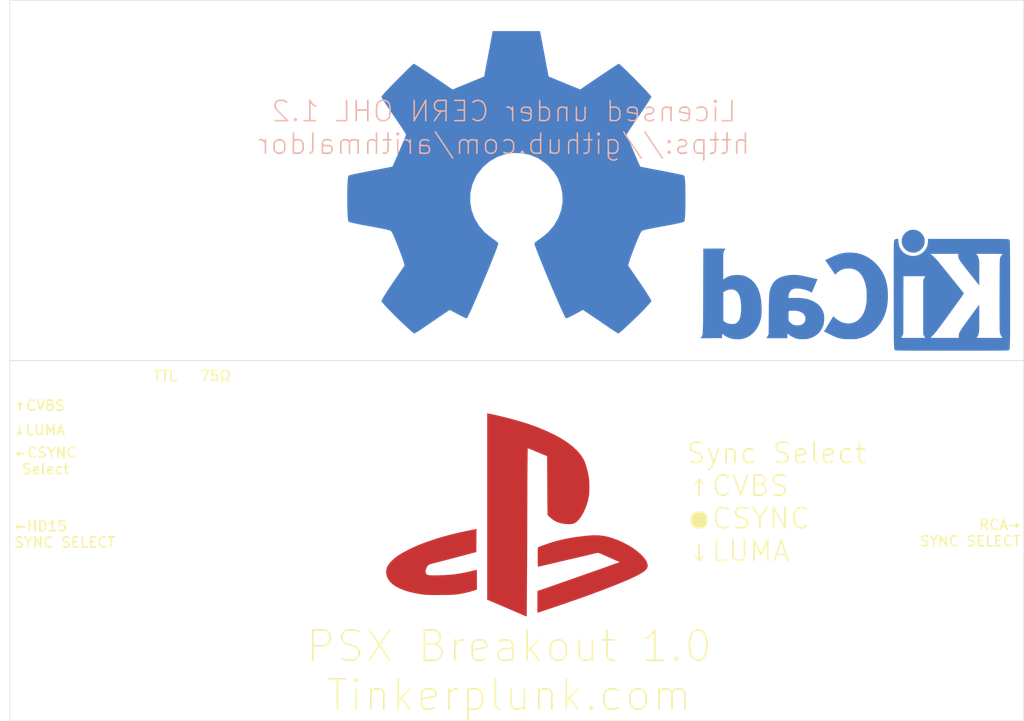
<source format=kicad_pcb>
(kicad_pcb (version 20171130) (host pcbnew "(5.1.0)-1")

  (general
    (thickness 1.6)
    (drawings 24)
    (tracks 0)
    (zones 0)
    (modules 11)
    (nets 1)
  )

  (page A4)
  (layers
    (0 F.Cu signal)
    (31 B.Cu signal)
    (32 B.Adhes user)
    (33 F.Adhes user)
    (34 B.Paste user)
    (35 F.Paste user)
    (36 B.SilkS user)
    (37 F.SilkS user)
    (38 B.Mask user)
    (39 F.Mask user)
    (40 Dwgs.User user)
    (41 Cmts.User user)
    (42 Eco1.User user)
    (43 Eco2.User user)
    (44 Edge.Cuts user)
    (45 Margin user)
    (46 B.CrtYd user)
    (47 F.CrtYd user)
    (48 B.Fab user)
    (49 F.Fab user)
  )

  (setup
    (last_trace_width 0.25)
    (trace_clearance 0.2)
    (zone_clearance 0.508)
    (zone_45_only no)
    (trace_min 0.2)
    (via_size 0.8)
    (via_drill 0.4)
    (via_min_size 0.4)
    (via_min_drill 0.3)
    (uvia_size 0.3)
    (uvia_drill 0.1)
    (uvias_allowed no)
    (uvia_min_size 0.2)
    (uvia_min_drill 0.1)
    (edge_width 0.05)
    (segment_width 0.2)
    (pcb_text_width 0.3)
    (pcb_text_size 1.5 1.5)
    (mod_edge_width 0.12)
    (mod_text_size 1 1)
    (mod_text_width 0.15)
    (pad_size 1.5 1.5)
    (pad_drill 0.8)
    (pad_to_mask_clearance 0.051)
    (solder_mask_min_width 0.25)
    (aux_axis_origin 0 0)
    (visible_elements 7FFFFFFF)
    (pcbplotparams
      (layerselection 0x010fc_ffffffff)
      (usegerberextensions true)
      (usegerberattributes false)
      (usegerberadvancedattributes false)
      (creategerberjobfile false)
      (excludeedgelayer true)
      (linewidth 0.100000)
      (plotframeref false)
      (viasonmask false)
      (mode 1)
      (useauxorigin false)
      (hpglpennumber 1)
      (hpglpenspeed 20)
      (hpglpendiameter 15.000000)
      (psnegative false)
      (psa4output false)
      (plotreference true)
      (plotvalue true)
      (plotinvisibletext false)
      (padsonsilk false)
      (subtractmaskfromsilk false)
      (outputformat 1)
      (mirror false)
      (drillshape 0)
      (scaleselection 1)
      (outputdirectory "Gerbers/"))
  )

  (net 0 "")

  (net_class Default "This is the default net class."
    (clearance 0.2)
    (trace_width 0.25)
    (via_dia 0.8)
    (via_drill 0.4)
    (uvia_dia 0.3)
    (uvia_drill 0.1)
  )

  (module PSX_BREAKOUT:PSX_LOGO (layer F.Cu) (tedit 5CFA95BF) (tstamp 5CFAE821)
    (at 139.954 91.44)
    (fp_text reference G*** (at 0 0) (layer F.SilkS) hide
      (effects (font (size 1.524 1.524) (thickness 0.3)))
    )
    (fp_text value LOGO (at 0.75 0) (layer F.SilkS) hide
      (effects (font (size 1.524 1.524) (thickness 0.3)))
    )
    (fp_poly (pts (xy -4.0005 3.656475) (xy -4.275667 3.728504) (xy -4.376343 3.754967) (xy -4.548495 3.800345)
      (xy -4.781751 3.861896) (xy -5.065736 3.936882) (xy -5.390077 4.022564) (xy -5.744398 4.116201)
      (xy -6.118328 4.215055) (xy -6.265334 4.253928) (xy -6.647052 4.354701) (xy -7.015745 4.451711)
      (xy -7.360587 4.542133) (xy -7.670749 4.623142) (xy -7.935404 4.691912) (xy -8.143725 4.745617)
      (xy -8.284884 4.781431) (xy -8.316805 4.78931) (xy -8.524667 4.846467) (xy -8.669709 4.908395)
      (xy -8.7731 4.990577) (xy -8.856006 5.108497) (xy -8.916754 5.228166) (xy -8.998871 5.459985)
      (xy -9.008223 5.650369) (xy -8.955187 5.784412) (xy -8.905952 5.84422) (xy -8.845318 5.890256)
      (xy -8.762748 5.923939) (xy -8.647707 5.946693) (xy -8.489659 5.959937) (xy -8.278067 5.965092)
      (xy -8.002398 5.963579) (xy -7.673264 5.957299) (xy -7.071489 5.935607) (xy -6.524808 5.896861)
      (xy -6.004715 5.837414) (xy -5.482706 5.753622) (xy -4.930276 5.641842) (xy -4.581333 5.561951)
      (xy -4.366819 5.51141) (xy -4.183032 5.468686) (xy -4.045 5.437228) (xy -3.967748 5.420484)
      (xy -3.956917 5.418666) (xy -3.951238 5.459024) (xy -3.946189 5.572199) (xy -3.942015 5.746342)
      (xy -3.938959 5.969604) (xy -3.937264 6.230135) (xy -3.937 6.387192) (xy -3.937 7.355717)
      (xy -4.392084 7.505251) (xy -4.606357 7.568515) (xy -4.873557 7.63675) (xy -5.162845 7.702621)
      (xy -5.44338 7.758792) (xy -5.503334 7.769553) (xy -5.700363 7.802971) (xy -5.875748 7.829477)
      (xy -6.043771 7.850018) (xy -6.218715 7.865535) (xy -6.414864 7.876974) (xy -6.6465 7.885279)
      (xy -6.927907 7.891393) (xy -7.273367 7.896261) (xy -7.450667 7.898265) (xy -7.93001 7.901361)
      (xy -8.332129 7.899289) (xy -8.664318 7.891871) (xy -8.933872 7.878928) (xy -9.148087 7.860279)
      (xy -9.186334 7.855671) (xy -9.888458 7.746942) (xy -10.520073 7.608735) (xy -11.079924 7.441813)
      (xy -11.566754 7.24694) (xy -11.979306 7.024878) (xy -12.316326 6.776389) (xy -12.576557 6.502237)
      (xy -12.758742 6.203183) (xy -12.861626 5.879992) (xy -12.886012 5.609166) (xy -12.860829 5.35172)
      (xy -12.781579 5.112388) (xy -12.640464 4.874671) (xy -12.429689 4.622071) (xy -12.409332 4.600459)
      (xy -12.202349 4.395855) (xy -11.982078 4.207484) (xy -11.73481 4.025854) (xy -11.446834 3.841473)
      (xy -11.104442 3.644847) (xy -10.773834 3.468016) (xy -10.43817 3.298679) (xy -10.096745 3.139245)
      (xy -9.737161 2.984847) (xy -9.347018 2.830615) (xy -8.913918 2.67168) (xy -8.425462 2.503173)
      (xy -7.86925 2.320225) (xy -7.768167 2.287692) (xy -7.493638 2.204313) (xy -7.155762 2.109155)
      (xy -6.77419 2.007151) (xy -6.368576 1.903231) (xy -5.958574 1.802328) (xy -5.563836 1.709375)
      (xy -5.204016 1.629302) (xy -4.898766 1.567042) (xy -4.8895 1.565282) (xy -4.6562 1.520881)
      (xy -4.441992 1.479729) (xy -4.265577 1.445446) (xy -4.145658 1.421653) (xy -4.116215 1.415569)
      (xy -3.97793 1.386135) (xy -4.0005 3.656475)) (layer F.Cu) (width 0.01))
    (fp_poly (pts (xy 8.442816 2.049167) (xy 8.921218 2.139276) (xy 9.414164 2.280014) (xy 9.943223 2.47457)
      (xy 10.055616 2.520364) (xy 10.533272 2.736976) (xy 10.991933 2.982032) (xy 11.42211 3.248392)
      (xy 11.814314 3.528912) (xy 12.159054 3.816452) (xy 12.446842 4.103869) (xy 12.668187 4.384023)
      (xy 12.776628 4.568178) (xy 12.858529 4.759895) (xy 12.899857 4.933655) (xy 12.896163 5.094429)
      (xy 12.842998 5.24719) (xy 12.73591 5.396909) (xy 12.570452 5.548558) (xy 12.342171 5.707109)
      (xy 12.04662 5.877533) (xy 11.679348 6.064803) (xy 11.25986 6.262885) (xy 11.00103 6.378351)
      (xy 10.678574 6.516513) (xy 10.308379 6.670967) (xy 9.906328 6.835312) (xy 9.488307 7.003146)
      (xy 9.070201 7.168067) (xy 8.667893 7.323674) (xy 8.29727 7.463564) (xy 8.106833 7.533614)
      (xy 7.888895 7.613355) (xy 7.691887 7.686381) (xy 7.533116 7.746207) (xy 7.429893 7.786348)
      (xy 7.408333 7.795309) (xy 7.316084 7.831788) (xy 7.152629 7.892277) (xy 6.926963 7.973666)
      (xy 6.648085 8.07284) (xy 6.324991 8.186689) (xy 5.96668 8.312099) (xy 5.582148 8.445957)
      (xy 5.180392 8.585152) (xy 4.77041 8.726571) (xy 4.3612 8.867102) (xy 3.961757 9.003631)
      (xy 3.581081 9.133047) (xy 3.228167 9.252237) (xy 2.912013 9.358088) (xy 2.641618 9.447488)
      (xy 2.487083 9.497744) (xy 2.032 9.644336) (xy 2.032 7.509443) (xy 2.677583 7.286874)
      (xy 2.922892 7.202025) (xy 3.164142 7.118092) (xy 3.379225 7.042799) (xy 3.546035 6.983871)
      (xy 3.598333 6.965156) (xy 3.681801 6.935473) (xy 3.838393 6.880185) (xy 4.061327 6.801675)
      (xy 4.34382 6.702325) (xy 4.679089 6.584517) (xy 5.060352 6.450635) (xy 5.480826 6.303059)
      (xy 5.933727 6.144173) (xy 6.412275 5.976359) (xy 6.909684 5.801999) (xy 6.995515 5.77192)
      (xy 7.487305 5.599244) (xy 7.955274 5.434286) (xy 8.393366 5.279221) (xy 8.795524 5.136222)
      (xy 9.155694 5.007464) (xy 9.467818 4.895119) (xy 9.725841 4.801363) (xy 9.923707 4.728368)
      (xy 10.055359 4.678309) (xy 10.114741 4.65336) (xy 10.117598 4.651219) (xy 10.082524 4.619602)
      (xy 9.996379 4.576777) (xy 9.980083 4.570138) (xy 9.893202 4.533798) (xy 9.742682 4.468783)
      (xy 9.542123 4.381096) (xy 9.305126 4.276736) (xy 9.045291 4.161706) (xy 8.776219 4.042007)
      (xy 8.511511 3.923639) (xy 8.330558 3.842293) (xy 8.131654 3.764003) (xy 7.988489 3.73499)
      (xy 7.928392 3.739253) (xy 7.849671 3.756995) (xy 7.704491 3.790631) (xy 7.508756 3.836442)
      (xy 7.278368 3.890707) (xy 7.069666 3.94011) (xy 6.782407 4.00811) (xy 6.478191 4.079864)
      (xy 6.185097 4.148766) (xy 5.931206 4.208209) (xy 5.820833 4.233924) (xy 5.542384 4.298741)
      (xy 5.2363 4.370217) (xy 4.891462 4.450959) (xy 4.49675 4.543572) (xy 4.041043 4.650664)
      (xy 3.556 4.764771) (xy 3.290085 4.827234) (xy 3.014018 4.89188) (xy 2.755807 4.952161)
      (xy 2.543456 5.001534) (xy 2.492128 5.013414) (xy 2.084424 5.107631) (xy 2.066071 4.628148)
      (xy 2.059854 4.365301) (xy 2.058709 4.066676) (xy 2.062634 3.781008) (xy 2.066133 3.667574)
      (xy 2.084547 3.186481) (xy 2.534523 3.015058) (xy 3.143914 2.796962) (xy 3.751198 2.609441)
      (xy 4.372002 2.449025) (xy 5.021954 2.312247) (xy 5.716679 2.195638) (xy 6.471806 2.095729)
      (xy 6.879166 2.050717) (xy 7.44336 2.008076) (xy 7.957386 2.006496) (xy 8.442816 2.049167)) (layer F.Cu) (width 0.01))
    (fp_poly (pts (xy -2.82575 -10.01532) (xy -2.072884 -9.854396) (xy -1.315155 -9.676411) (xy -0.571898 -9.486435)
      (xy 0.137546 -9.289537) (xy 0.793842 -9.090787) (xy 1.164166 -8.969333) (xy 2.074801 -8.639955)
      (xy 2.910256 -8.295501) (xy 3.669468 -7.936676) (xy 4.351374 -7.564185) (xy 4.954912 -7.178734)
      (xy 5.479017 -6.781028) (xy 5.922627 -6.371772) (xy 6.284678 -5.951673) (xy 6.564108 -5.521434)
      (xy 6.664921 -5.319626) (xy 6.748731 -5.106086) (xy 6.836962 -4.83262) (xy 6.923382 -4.523292)
      (xy 7.001766 -4.202171) (xy 7.065883 -3.893323) (xy 7.109505 -3.620816) (xy 7.113855 -3.584918)
      (xy 7.13641 -3.316309) (xy 7.149195 -3.005568) (xy 7.152287 -2.67877) (xy 7.145763 -2.361989)
      (xy 7.129703 -2.081301) (xy 7.108816 -1.891943) (xy 7.021556 -1.451789) (xy 6.894799 -1.014717)
      (xy 6.734897 -0.593578) (xy 6.548197 -0.201225) (xy 6.341049 0.149492) (xy 6.119801 0.44572)
      (xy 5.890804 0.674609) (xy 5.810469 0.736102) (xy 5.640693 0.828768) (xy 5.439982 0.884404)
      (xy 5.193702 0.905113) (xy 4.887221 0.892993) (xy 4.783666 0.883505) (xy 4.356131 0.816136)
      (xy 3.986082 0.702302) (xy 3.655777 0.534385) (xy 3.347473 0.304766) (xy 3.2668 0.232225)
      (xy 3.026833 0.008879) (xy 3.005666 -2.900025) (xy 2.9845 -5.808929) (xy 2.624666 -5.956531)
      (xy 2.448884 -6.029254) (xy 2.222112 -6.123967) (xy 1.971225 -6.229402) (xy 1.723093 -6.334292)
      (xy 1.675937 -6.354309) (xy 1.470164 -6.439992) (xy 1.293122 -6.510424) (xy 1.158745 -6.56032)
      (xy 1.080967 -6.584396) (xy 1.067591 -6.585036) (xy 1.065487 -6.541405) (xy 1.063142 -6.417173)
      (xy 1.060582 -6.216406) (xy 1.057829 -5.94317) (xy 1.05491 -5.601531) (xy 1.051847 -5.195553)
      (xy 1.048665 -4.729304) (xy 1.045389 -4.206848) (xy 1.042043 -3.632251) (xy 1.038651 -3.009578)
      (xy 1.035237 -2.342896) (xy 1.031826 -1.636271) (xy 1.028443 -0.893767) (xy 1.025111 -0.11945)
      (xy 1.021854 0.682613) (xy 1.018698 1.508357) (xy 1.017948 1.712551) (xy 1.014829 2.543398)
      (xy 1.011622 3.351527) (xy 1.00835 4.132873) (xy 1.005036 4.883373) (xy 1.001705 5.598963)
      (xy 0.998379 6.275581) (xy 0.995082 6.909161) (xy 0.991837 7.49564) (xy 0.988668 8.030955)
      (xy 0.985598 8.511042) (xy 0.982651 8.931837) (xy 0.979849 9.289276) (xy 0.977217 9.579297)
      (xy 0.974778 9.797834) (xy 0.972555 9.940824) (xy 0.970572 10.004205) (xy 0.970127 10.007126)
      (xy 0.925678 9.999503) (xy 0.82644 9.963602) (xy 0.6985 9.909216) (xy 0.605315 9.8682)
      (xy 0.443832 9.798173) (xy 0.223666 9.703261) (xy -0.045571 9.587593) (xy -0.354263 9.455296)
      (xy -0.692798 9.310497) (xy -1.051561 9.157324) (xy -1.237956 9.077851) (xy -2.920412 8.360833)
      (xy -2.920706 -0.83689) (xy -2.921 -10.034614) (xy -2.82575 -10.01532)) (layer F.Cu) (width 0.01))
  )

  (module Symbol:KiCad-Logo_12mm_Copper (layer B.Cu) (tedit 0) (tstamp 5CFAE758)
    (at 173.355 69.215 180)
    (descr "KiCad Logo")
    (tags "Logo KiCad")
    (attr virtual)
    (fp_text reference REF** (at 0 8.89 180) (layer B.SilkS) hide
      (effects (font (size 1 1) (thickness 0.15)) (justify mirror))
    )
    (fp_text value KiCad-Logo_12mm_Copper (at 1.27 -8.89 180) (layer B.Fab) hide
      (effects (font (size 1 1) (thickness 0.15)) (justify mirror))
    )
    (fp_poly (pts (xy -5.422844 5.895156) (xy -5.217742 5.824043) (xy -5.026785 5.712111) (xy -4.856243 5.559375)
      (xy -4.712387 5.365849) (xy -4.647768 5.243871) (xy -4.591842 5.073257) (xy -4.564735 4.876289)
      (xy -4.567738 4.673795) (xy -4.601067 4.490301) (xy -4.692162 4.266076) (xy -4.824258 4.071578)
      (xy -4.990642 3.910633) (xy -5.184598 3.787067) (xy -5.399414 3.704708) (xy -5.628375 3.667383)
      (xy -5.864767 3.678918) (xy -5.981291 3.70357) (xy -6.208385 3.791909) (xy -6.410081 3.92671)
      (xy -6.581515 4.103817) (xy -6.71782 4.319073) (xy -6.729352 4.342581) (xy -6.769217 4.430795)
      (xy -6.794249 4.50509) (xy -6.807839 4.583465) (xy -6.813382 4.68392) (xy -6.814302 4.793226)
      (xy -6.81278 4.924552) (xy -6.805914 5.019491) (xy -6.79025 5.096247) (xy -6.762333 5.173026)
      (xy -6.727873 5.248777) (xy -6.599338 5.46381) (xy -6.441052 5.63792) (xy -6.259287 5.771124)
      (xy -6.060313 5.863434) (xy -5.8504 5.914866) (xy -5.635821 5.925435) (xy -5.422844 5.895156)) (layer B.Cu) (width 0.01))
    (fp_poly (pts (xy 13.610967 4.064382) (xy 13.843254 4.063429) (xy 13.922204 4.062948) (xy 15.007849 4.055807)
      (xy 15.021505 -0.109247) (xy 15.023308 -0.674041) (xy 15.024908 -1.186864) (xy 15.026406 -1.650371)
      (xy 15.027906 -2.067214) (xy 15.029509 -2.440045) (xy 15.03132 -2.771519) (xy 15.03344 -3.064286)
      (xy 15.035972 -3.321002) (xy 15.03902 -3.544318) (xy 15.042685 -3.736887) (xy 15.047071 -3.901363)
      (xy 15.05228 -4.040398) (xy 15.058416 -4.156644) (xy 15.06558 -4.252756) (xy 15.073875 -4.331386)
      (xy 15.083405 -4.395187) (xy 15.094272 -4.446811) (xy 15.106579 -4.488912) (xy 15.120428 -4.524143)
      (xy 15.135923 -4.555156) (xy 15.153165 -4.584604) (xy 15.172258 -4.615141) (xy 15.193305 -4.649418)
      (xy 15.197619 -4.65672) (xy 15.269996 -4.780221) (xy 14.223976 -4.773068) (xy 13.177956 -4.765914)
      (xy 13.164301 -4.536142) (xy 13.156865 -4.425873) (xy 13.149117 -4.362122) (xy 13.138603 -4.336827)
      (xy 13.122872 -4.341922) (xy 13.109677 -4.356498) (xy 13.052197 -4.409591) (xy 12.958513 -4.477837)
      (xy 12.841825 -4.55308) (xy 12.715331 -4.627167) (xy 12.592231 -4.691943) (xy 12.497713 -4.734561)
      (xy 12.276274 -4.804595) (xy 12.022207 -4.854204) (xy 11.754266 -4.881494) (xy 11.491211 -4.884569)
      (xy 11.251795 -4.861532) (xy 11.247853 -4.860873) (xy 10.920253 -4.778669) (xy 10.613587 -4.6477)
      (xy 10.330814 -4.47078) (xy 10.074892 -4.250726) (xy 9.848778 -3.990351) (xy 9.65543 -3.692472)
      (xy 9.497806 -3.359904) (xy 9.411984 -3.113548) (xy 9.355389 -2.907445) (xy 9.313418 -2.707867)
      (xy 9.284789 -2.50269) (xy 9.268218 -2.279791) (xy 9.262423 -2.027045) (xy 9.264989 -1.820662)
      (xy 11.280325 -1.820662) (xy 11.289862 -2.166732) (xy 11.319946 -2.464467) (xy 11.371503 -2.71651)
      (xy 11.445458 -2.925502) (xy 11.542738 -3.094086) (xy 11.664266 -3.224906) (xy 11.804546 -3.317385)
      (xy 11.87754 -3.351909) (xy 11.940847 -3.372607) (xy 12.011427 -3.382077) (xy 12.106242 -3.382915)
      (xy 12.208387 -3.379228) (xy 12.409261 -3.36151) (xy 12.568134 -3.326813) (xy 12.618064 -3.309433)
      (xy 12.732075 -3.258102) (xy 12.852323 -3.193643) (xy 12.904838 -3.161376) (xy 13.041397 -3.071805)
      (xy 13.041397 -0.232706) (xy 12.891182 -0.142665) (xy 12.681692 -0.040923) (xy 12.467658 0.019249)
      (xy 12.256909 0.038204) (xy 12.057273 0.016299) (xy 11.876577 -0.046113) (xy 11.722649 -0.148676)
      (xy 11.672981 -0.197906) (xy 11.553262 -0.359211) (xy 11.456364 -0.554471) (xy 11.381477 -0.787031)
      (xy 11.327793 -1.060239) (xy 11.2945 -1.377441) (xy 11.280789 -1.741984) (xy 11.280325 -1.820662)
      (xy 9.264989 -1.820662) (xy 9.266058 -1.734756) (xy 9.289082 -1.285158) (xy 9.335378 -0.879628)
      (xy 9.406164 -0.512257) (xy 9.502661 -0.177137) (xy 9.626087 0.131637) (xy 9.670131 0.223178)
      (xy 9.84754 0.521704) (xy 10.06193 0.786993) (xy 10.308259 1.014763) (xy 10.581487 1.200732)
      (xy 10.876574 1.340618) (xy 11.053459 1.398322) (xy 11.227178 1.432578) (xy 11.436205 1.452959)
      (xy 11.663014 1.459475) (xy 11.890084 1.452134) (xy 12.099892 1.430945) (xy 12.268352 1.397705)
      (xy 12.468857 1.332518) (xy 12.663195 1.248693) (xy 12.833224 1.15472) (xy 12.923721 1.090942)
      (xy 12.986144 1.043516) (xy 13.029853 1.014639) (xy 13.039796 1.010538) (xy 13.042879 1.036959)
      (xy 13.045753 1.112661) (xy 13.048355 1.232302) (xy 13.050621 1.390538) (xy 13.052488 1.582027)
      (xy 13.053891 1.801426) (xy 13.054767 2.043393) (xy 13.055053 2.289853) (xy 13.054894 2.605524)
      (xy 13.054108 2.871663) (xy 13.052238 3.093359) (xy 13.048825 3.275704) (xy 13.043409 3.423788)
      (xy 13.035531 3.542701) (xy 13.024733 3.637535) (xy 13.010555 3.71338) (xy 12.992539 3.775326)
      (xy 12.970225 3.828464) (xy 12.943154 3.877885) (xy 12.910867 3.928679) (xy 12.906713 3.934969)
      (xy 12.865071 4.000755) (xy 12.839929 4.045992) (xy 12.836559 4.055534) (xy 12.862903 4.058545)
      (xy 12.938069 4.060994) (xy 13.056257 4.062842) (xy 13.211669 4.064049) (xy 13.398506 4.064576)
      (xy 13.610967 4.064382)) (layer B.Cu) (width 0.01))
    (fp_poly (pts (xy 6.300951 1.463632) (xy 6.436272 1.453389) (xy 6.823442 1.401878) (xy 7.166321 1.319717)
      (xy 7.46658 1.205778) (xy 7.725888 1.058928) (xy 7.945916 0.878038) (xy 8.128334 0.661978)
      (xy 8.274811 0.409616) (xy 8.381771 0.136559) (xy 8.408921 0.049459) (xy 8.432564 -0.032107)
      (xy 8.452977 -0.112529) (xy 8.470439 -0.196199) (xy 8.48523 -0.287508) (xy 8.497627 -0.390847)
      (xy 8.507911 -0.510609) (xy 8.516358 -0.651183) (xy 8.523248 -0.816962) (xy 8.528861 -1.012336)
      (xy 8.533473 -1.241698) (xy 8.537365 -1.509437) (xy 8.540815 -1.819947) (xy 8.544102 -2.177618)
      (xy 8.546451 -2.458064) (xy 8.562258 -4.383548) (xy 8.664677 -4.568843) (xy 8.713175 -4.658111)
      (xy 8.749266 -4.727448) (xy 8.766483 -4.764354) (xy 8.767096 -4.766854) (xy 8.74078 -4.769715)
      (xy 8.665811 -4.772351) (xy 8.548161 -4.774689) (xy 8.3938 -4.776653) (xy 8.2087 -4.77817)
      (xy 7.998832 -4.779165) (xy 7.770167 -4.779565) (xy 7.742903 -4.77957) (xy 6.718709 -4.77957)
      (xy 6.718709 -4.547419) (xy 6.716963 -4.442507) (xy 6.712302 -4.362271) (xy 6.705596 -4.319251)
      (xy 6.702632 -4.315269) (xy 6.675523 -4.33195) (xy 6.619731 -4.375731) (xy 6.547215 -4.437216)
      (xy 6.545589 -4.438638) (xy 6.413257 -4.53716) (xy 6.246133 -4.636089) (xy 6.0631 -4.725706)
      (xy 5.883043 -4.796293) (xy 5.803763 -4.820414) (xy 5.645991 -4.851051) (xy 5.452397 -4.870602)
      (xy 5.240704 -4.878787) (xy 5.028632 -4.875327) (xy 4.833904 -4.859945) (xy 4.697634 -4.837811)
      (xy 4.363454 -4.739676) (xy 4.062603 -4.599819) (xy 3.797039 -4.419974) (xy 3.568721 -4.201876)
      (xy 3.379606 -3.947261) (xy 3.231653 -3.657864) (xy 3.167825 -3.482258) (xy 3.127823 -3.311576)
      (xy 3.101313 -3.106678) (xy 3.089047 -2.886464) (xy 3.08945 -2.85442) (xy 4.936612 -2.85442)
      (xy 4.95193 -3.018053) (xy 5.002935 -3.154042) (xy 5.097204 -3.280208) (xy 5.133411 -3.317203)
      (xy 5.26212 -3.417221) (xy 5.410885 -3.481294) (xy 5.589113 -3.512309) (xy 5.776798 -3.514593)
      (xy 5.954814 -3.499514) (xy 6.091112 -3.470021) (xy 6.150306 -3.447869) (xy 6.256995 -3.387496)
      (xy 6.370037 -3.302589) (xy 6.473175 -3.207295) (xy 6.550151 -3.11576) (xy 6.570591 -3.082181)
      (xy 6.586481 -3.035157) (xy 6.597778 -2.960333) (xy 6.605009 -2.85056) (xy 6.6087 -2.698692)
      (xy 6.609462 -2.554155) (xy 6.608946 -2.385644) (xy 6.60686 -2.263799) (xy 6.602402 -2.180666)
      (xy 6.594765 -2.128292) (xy 6.583146 -2.098726) (xy 6.56674 -2.084013) (xy 6.561666 -2.08167)
      (xy 6.51757 -2.074453) (xy 6.4306 -2.06855) (xy 6.3125 -2.064493) (xy 6.175014 -2.062815)
      (xy 6.145161 -2.062813) (xy 5.961386 -2.065746) (xy 5.819407 -2.074469) (xy 5.706591 -2.090177)
      (xy 5.613402 -2.113118) (xy 5.382246 -2.200535) (xy 5.200973 -2.30801) (xy 5.068014 -2.437262)
      (xy 4.981801 -2.59001) (xy 4.940762 -2.767972) (xy 4.936612 -2.85442) (xy 3.08945 -2.85442)
      (xy 3.091776 -2.669834) (xy 3.110252 -2.475689) (xy 3.124664 -2.397252) (xy 3.21669 -2.106017)
      (xy 3.356623 -1.838054) (xy 3.541823 -1.595932) (xy 3.769648 -1.382221) (xy 4.037457 -1.199492)
      (xy 4.342607 -1.050314) (xy 4.602043 -0.959727) (xy 4.775434 -0.912136) (xy 4.941282 -0.875155)
      (xy 5.110329 -0.847585) (xy 5.293317 -0.828224) (xy 5.500989 -0.815871) (xy 5.744087 -0.809326)
      (xy 5.963872 -0.807483) (xy 6.615594 -0.805699) (xy 6.603109 -0.609798) (xy 6.567657 -0.397243)
      (xy 6.492241 -0.214543) (xy 6.380073 -0.066262) (xy 6.234364 0.04304) (xy 6.106064 0.096376)
      (xy 5.922235 0.12999) (xy 5.703394 0.134817) (xy 5.4598 0.112637) (xy 5.20171 0.065228)
      (xy 4.939385 -0.005629) (xy 4.683082 -0.098155) (xy 4.496824 -0.182778) (xy 4.407211 -0.226231)
      (xy 4.338858 -0.25658) (xy 4.304097 -0.268423) (xy 4.302211 -0.268043) (xy 4.290215 -0.241518)
      (xy 4.260262 -0.17121) (xy 4.21517 -0.063855) (xy 4.157757 0.07381) (xy 4.090842 0.235051)
      (xy 4.022824 0.399605) (xy 3.750897 1.058672) (xy 3.944319 1.090441) (xy 4.028154 1.106381)
      (xy 4.154183 1.133153) (xy 4.311608 1.168327) (xy 4.489633 1.209472) (xy 4.677463 1.254158)
      (xy 4.752258 1.272317) (xy 5.075838 1.347369) (xy 5.359132 1.403638) (xy 5.612715 1.442262)
      (xy 5.847162 1.464377) (xy 6.073049 1.471122) (xy 6.300951 1.463632)) (layer B.Cu) (width 0.01))
    (fp_poly (pts (xy 0.875193 3.659223) (xy 1.169706 3.626981) (xy 1.455039 3.569271) (xy 1.7428 3.483083)
      (xy 2.044596 3.365407) (xy 2.372034 3.213233) (xy 2.431001 3.183757) (xy 2.566324 3.11709)
      (xy 2.693951 3.057061) (xy 2.801287 3.009401) (xy 2.875736 2.979845) (xy 2.887173 2.976124)
      (xy 2.996774 2.943286) (xy 2.506155 2.229547) (xy 2.386206 2.055105) (xy 2.276539 1.89573)
      (xy 2.180883 1.756832) (xy 2.102969 1.643822) (xy 2.046525 1.56211) (xy 2.015281 1.517109)
      (xy 2.010205 1.509982) (xy 1.989588 1.524883) (xy 1.938839 1.56968) (xy 1.867034 1.636235)
      (xy 1.827406 1.673853) (xy 1.602882 1.852432) (xy 1.350726 1.988132) (xy 1.13344 2.062463)
      (xy 1.003007 2.085807) (xy 0.839693 2.100033) (xy 0.662707 2.104876) (xy 0.491256 2.100074)
      (xy 0.344548 2.085362) (xy 0.286007 2.074095) (xy 0.022147 1.983315) (xy -0.215622 1.844704)
      (xy -0.427124 1.658515) (xy -0.612184 1.425001) (xy -0.770625 1.144416) (xy -0.902271 0.817013)
      (xy -1.006946 0.443045) (xy -1.069155 0.122903) (xy -1.085386 -0.018426) (xy -1.096444 -0.201004)
      (xy -1.102437 -0.411709) (xy -1.103473 -0.637422) (xy -1.099657 -0.865022) (xy -1.091097 -1.081389)
      (xy -1.077899 -1.273402) (xy -1.06017 -1.427943) (xy -1.056333 -1.451786) (xy -0.971749 -1.83586)
      (xy -0.856505 -2.175783) (xy -0.709897 -2.473078) (xy -0.531226 -2.729268) (xy -0.4044 -2.867775)
      (xy -0.176475 -3.055828) (xy 0.073488 -3.19522) (xy 0.34127 -3.285195) (xy 0.622656 -3.324994)
      (xy 0.913429 -3.313857) (xy 1.209373 -3.251026) (xy 1.38434 -3.189547) (xy 1.626466 -3.066436)
      (xy 1.87602 -2.889837) (xy 2.015809 -2.770412) (xy 2.094301 -2.701291) (xy 2.15597 -2.650579)
      (xy 2.191072 -2.626144) (xy 2.19543 -2.625398) (xy 2.211097 -2.650367) (xy 2.251692 -2.716348)
      (xy 2.313757 -2.817685) (xy 2.393833 -2.948721) (xy 2.488462 -3.1038) (xy 2.594186 -3.277265)
      (xy 2.653033 -3.373896) (xy 3.102526 -4.112201) (xy 2.541317 -4.389549) (xy 2.338404 -4.489172)
      (xy 2.174027 -4.567729) (xy 2.038139 -4.629122) (xy 1.920691 -4.677253) (xy 1.811636 -4.716023)
      (xy 1.700926 -4.749333) (xy 1.578513 -4.781086) (xy 1.461182 -4.808969) (xy 1.356895 -4.830546)
      (xy 1.247832 -4.846851) (xy 1.123073 -4.858791) (xy 0.971703 -4.86727) (xy 0.782801 -4.873192)
      (xy 0.655483 -4.875749) (xy 0.473823 -4.877494) (xy 0.299633 -4.876614) (xy 0.144443 -4.87336)
      (xy 0.019777 -4.867984) (xy -0.062834 -4.860735) (xy -0.06773 -4.860012) (xy -0.496709 -4.767205)
      (xy -0.899551 -4.626449) (xy -1.276112 -4.437839) (xy -1.626252 -4.201466) (xy -1.949828 -3.917424)
      (xy -2.2467 -3.585805) (xy -2.461701 -3.291075) (xy -2.690589 -2.905298) (xy -2.875611 -2.497895)
      (xy -3.017662 -2.0656) (xy -3.117636 -1.605146) (xy -3.176428 -1.113267) (xy -3.194951 -0.613799)
      (xy -3.179717 -0.130634) (xy -3.131844 0.315158) (xy -3.049811 0.731095) (xy -2.932097 1.124696)
      (xy -2.777181 1.503482) (xy -2.758683 1.542725) (xy -2.554894 1.90956) (xy -2.304598 2.25864)
      (xy -2.014885 2.58274) (xy -1.692846 2.874634) (xy -1.345574 3.127096) (xy -1.021987 3.312286)
      (xy -0.695096 3.45733) (xy -0.367511 3.562397) (xy -0.026552 3.630347) (xy 0.340465 3.66404)
      (xy 0.559892 3.669008) (xy 0.875193 3.659223)) (layer B.Cu) (width 0.01))
    (fp_poly (pts (xy -11.847446 5.025459) (xy -11.321244 5.025387) (xy -11.076303 5.025377) (xy -7.155699 5.025377)
      (xy -7.155699 4.794266) (xy -7.131032 4.513024) (xy -7.056584 4.253641) (xy -6.931686 4.014576)
      (xy -6.75567 3.794286) (xy -6.696118 3.73479) (xy -6.481895 3.566029) (xy -6.24569 3.442948)
      (xy -5.994517 3.36549) (xy -5.735393 3.333601) (xy -5.475333 3.347224) (xy -5.221353 3.406303)
      (xy -4.980469 3.510783) (xy -4.759696 3.660607) (xy -4.660543 3.750999) (xy -4.475773 3.972624)
      (xy -4.340284 4.216339) (xy -4.255256 4.479357) (xy -4.221872 4.758894) (xy -4.221428 4.786394)
      (xy -4.219678 5.025368) (xy -4.114645 5.025372) (xy -4.02147 5.012727) (xy -3.936356 4.98196)
      (xy -3.930731 4.978781) (xy -3.911508 4.968806) (xy -3.893855 4.961038) (xy -3.877708 4.953213)
      (xy -3.863005 4.94307) (xy -3.849681 4.928345) (xy -3.837672 4.906775) (xy -3.826915 4.876099)
      (xy -3.817346 4.834053) (xy -3.808901 4.778374) (xy -3.801516 4.706801) (xy -3.795127 4.61707)
      (xy -3.789671 4.506918) (xy -3.785084 4.374084) (xy -3.781302 4.216304) (xy -3.77826 4.031316)
      (xy -3.775897 3.816856) (xy -3.774147 3.570663) (xy -3.772947 3.290473) (xy -3.772232 2.974025)
      (xy -3.77194 2.619054) (xy -3.772007 2.2233) (xy -3.772368 1.784498) (xy -3.77296 1.300386)
      (xy -3.773719 0.768702) (xy -3.774581 0.187183) (xy -3.775482 -0.446433) (xy -3.775587 -0.523629)
      (xy -3.776395 -1.161287) (xy -3.777081 -1.746582) (xy -3.777717 -2.281778) (xy -3.778376 -2.769136)
      (xy -3.779131 -3.210917) (xy -3.780053 -3.609382) (xy -3.781216 -3.966795) (xy -3.782693 -4.285415)
      (xy -3.784555 -4.567506) (xy -3.786876 -4.815328) (xy -3.789729 -5.031143) (xy -3.793185 -5.217213)
      (xy -3.797318 -5.3758) (xy -3.8022 -5.509164) (xy -3.807904 -5.619569) (xy -3.814502 -5.709275)
      (xy -3.822068 -5.780544) (xy -3.830673 -5.835638) (xy -3.84039 -5.876818) (xy -3.851293 -5.906346)
      (xy -3.863453 -5.926484) (xy -3.876943 -5.939493) (xy -3.891837 -5.947636) (xy -3.908206 -5.953173)
      (xy -3.926123 -5.958366) (xy -3.945661 -5.965477) (xy -3.950434 -5.967642) (xy -3.965434 -5.972506)
      (xy -3.990541 -5.976976) (xy -4.027946 -5.981066) (xy -4.079842 -5.984793) (xy -4.14842 -5.988173)
      (xy -4.235873 -5.991221) (xy -4.344394 -5.993954) (xy -4.476174 -5.996387) (xy -4.633406 -5.998537)
      (xy -4.818281 -6.000419) (xy -5.032993 -6.002049) (xy -5.279734 -6.003443) (xy -5.560694 -6.004617)
      (xy -5.878068 -6.005587) (xy -6.234047 -6.006369) (xy -6.630822 -6.006979) (xy -7.070588 -6.007432)
      (xy -7.555535 -6.007745) (xy -8.087856 -6.007934) (xy -8.669743 -6.008013) (xy -9.303389 -6.008)
      (xy -9.508644 -6.00798) (xy -10.156347 -6.007876) (xy -10.751644 -6.007706) (xy -11.296755 -6.007453)
      (xy -11.793897 -6.007098) (xy -12.24529 -6.006626) (xy -12.653151 -6.006018) (xy -13.0197 -6.005258)
      (xy -13.347154 -6.004327) (xy -13.637732 -6.003209) (xy -13.893652 -6.001886) (xy -14.117133 -6.000341)
      (xy -14.310394 -5.998557) (xy -14.475652 -5.996516) (xy -14.615127 -5.994201) (xy -14.731037 -5.991594)
      (xy -14.8256 -5.988678) (xy -14.901034 -5.985436) (xy -14.959558 -5.981851) (xy -15.003391 -5.977905)
      (xy -15.034752 -5.973581) (xy -15.055857 -5.968862) (xy -15.067363 -5.96454) (xy -15.087812 -5.955916)
      (xy -15.106587 -5.949557) (xy -15.12376 -5.943203) (xy -15.139402 -5.934597) (xy -15.153584 -5.92148)
      (xy -15.166377 -5.901594) (xy -15.177852 -5.872679) (xy -15.18808 -5.832479) (xy -15.197133 -5.778733)
      (xy -15.20508 -5.709185) (xy -15.211994 -5.621574) (xy -15.217945 -5.513644) (xy -15.223005 -5.383135)
      (xy -15.227245 -5.227789) (xy -15.230735 -5.045348) (xy -15.233547 -4.833553) (xy -15.234283 -4.752258)
      (xy -14.505361 -4.752258) (xy -11.928987 -4.752258) (xy -11.978561 -4.67715) (xy -12.027878 -4.599968)
      (xy -12.06964 -4.526469) (xy -12.104441 -4.451512) (xy -12.132877 -4.369953) (xy -12.15554 -4.276648)
      (xy -12.173025 -4.166453) (xy -12.185926 -4.034225) (xy -12.194837 -3.87482) (xy -12.200352 -3.683095)
      (xy -12.203064 -3.453907) (xy -12.203569 -3.182112) (xy -12.202459 -2.862566) (xy -12.20183 -2.743932)
      (xy -12.194732 -1.472123) (xy -11.389033 -2.56901) (xy -11.160779 -2.880183) (xy -10.963025 -3.151143)
      (xy -10.793635 -3.385478) (xy -10.650473 -3.58678) (xy -10.531405 -3.758637) (xy -10.434295 -3.90464)
      (xy -10.357007 -4.028378) (xy -10.297407 -4.133441) (xy -10.253359 -4.22342) (xy -10.222728 -4.301903)
      (xy -10.203378 -4.37248) (xy -10.193175 -4.438742) (xy -10.189983 -4.504277) (xy -10.191667 -4.572677)
      (xy -10.192097 -4.581274) (xy -10.200968 -4.752372) (xy -8.789236 -4.752315) (xy -7.377505 -4.752258)
      (xy -7.587516 -4.5405) (xy -7.644504 -4.482582) (xy -7.698566 -4.426225) (xy -7.752076 -4.368322)
      (xy -7.807404 -4.305764) (xy -7.866925 -4.235443) (xy -7.933011 -4.154251) (xy -8.008034 -4.059081)
      (xy -8.094367 -3.946823) (xy -8.194383 -3.81437) (xy -8.310454 -3.658614) (xy -8.444952 -3.476446)
      (xy -8.600251 -3.26476) (xy -8.778722 -3.020446) (xy -8.98274 -2.740397) (xy -9.214675 -2.421504)
      (xy -9.404782 -2.15992) (xy -9.643372 -1.831292) (xy -9.851508 -1.543957) (xy -10.031075 -1.295187)
      (xy -10.183957 -1.082254) (xy -10.312041 -0.90243) (xy -10.417212 -0.752986) (xy -10.501355 -0.631196)
      (xy -10.566357 -0.534331) (xy -10.614103 -0.459662) (xy -10.646477 -0.404463) (xy -10.665366 -0.366004)
      (xy -10.672655 -0.341559) (xy -10.670464 -0.328706) (xy -10.643913 -0.294504) (xy -10.586508 -0.222108)
      (xy -10.501713 -0.11582) (xy -10.392992 0.020055) (xy -10.263808 0.181216) (xy -10.117626 0.363357)
      (xy -9.957909 0.562178) (xy -9.788121 0.773373) (xy -9.611726 0.992641) (xy -9.432187 1.215677)
      (xy -9.333435 1.33828) (xy -6.881548 1.33828) (xy -6.677742 0.96957) (xy -6.677742 -4.383548)
      (xy -6.881548 -4.752258) (xy -5.676111 -4.752258) (xy -5.388341 -4.752174) (xy -5.150647 -4.751797)
      (xy -4.958482 -4.750935) (xy -4.807298 -4.7494) (xy -4.692548 -4.747) (xy -4.609685 -4.743546)
      (xy -4.554162 -4.738849) (xy -4.52143 -4.732717) (xy -4.506943 -4.724961) (xy -4.506153 -4.715391)
      (xy -4.514513 -4.703817) (xy -4.514599 -4.703721) (xy -4.549036 -4.653907) (xy -4.594637 -4.57291)
      (xy -4.634908 -4.492055) (xy -4.711291 -4.328925) (xy -4.719081 -1.495322) (xy -4.726871 1.33828)
      (xy -6.881548 1.33828) (xy -9.333435 1.33828) (xy -9.252969 1.438179) (xy -9.077536 1.655843)
      (xy -8.90935 1.864367) (xy -8.751877 2.059446) (xy -8.608579 2.236779) (xy -8.482921 2.392061)
      (xy -8.378366 2.52099) (xy -8.298379 2.619262) (xy -8.251398 2.676559) (xy -8.068963 2.89082)
      (xy -7.893452 3.08417) (xy -7.731016 3.25028) (xy -7.587805 3.38282) (xy -7.486171 3.464079)
      (xy -7.365998 3.550538) (xy -10.12984 3.550538) (xy -10.129064 3.388354) (xy -10.136788 3.269117)
      (xy -10.165828 3.158574) (xy -10.210782 3.053784) (xy -10.240004 2.994584) (xy -10.271423 2.935926)
      (xy -10.307909 2.873914) (xy -10.352331 2.804655) (xy -10.407561 2.724254) (xy -10.476469 2.628819)
      (xy -10.561923 2.514453) (xy -10.666796 2.377265) (xy -10.793955 2.213358) (xy -10.946273 2.01884)
      (xy -11.126618 1.789815) (xy -11.337862 1.522391) (xy -11.361721 1.492217) (xy -12.194732 0.438805)
      (xy -12.202796 1.605478) (xy -12.20442 1.954931) (xy -12.204074 2.25077) (xy -12.201742 2.49397)
      (xy -12.197407 2.685507) (xy -12.191051 2.826356) (xy -12.182659 2.917492) (xy -12.179838 2.93478)
      (xy -12.135584 3.116883) (xy -12.077602 3.28105) (xy -12.011437 3.413046) (xy -11.971687 3.469028)
      (xy -11.903102 3.550538) (xy -13.204453 3.550538) (xy -13.514885 3.550272) (xy -13.774477 3.549409)
      (xy -13.987014 3.547846) (xy -14.156276 3.545483) (xy -14.286048 3.54222) (xy -14.380111 3.537955)
      (xy -14.442248 3.532587) (xy -14.476241 3.526017) (xy -14.485874 3.518142) (xy -14.485208 3.516398)
      (xy -14.45762 3.474757) (xy -14.411564 3.408752) (xy -14.387735 3.375369) (xy -14.363099 3.342056)
      (xy -14.340955 3.312266) (xy -14.321164 3.283067) (xy -14.303586 3.251526) (xy -14.288081 3.214714)
      (xy -14.274511 3.169697) (xy -14.262736 3.113545) (xy -14.252616 3.043325) (xy -14.244013 2.956106)
      (xy -14.236786 2.848957) (xy -14.230796 2.718945) (xy -14.225904 2.563139) (xy -14.221971 2.378607)
      (xy -14.218857 2.162419) (xy -14.216422 1.911641) (xy -14.214527 1.623342) (xy -14.213033 1.294591)
      (xy -14.211801 0.922457) (xy -14.21069 0.504006) (xy -14.209562 0.036309) (xy -14.208508 -0.393354)
      (xy -14.207512 -0.872353) (xy -14.206994 -1.329362) (xy -14.206941 -1.761464) (xy -14.207338 -2.165738)
      (xy -14.208172 -2.539265) (xy -14.209429 -2.879127) (xy -14.211094 -3.182404) (xy -14.213156 -3.446177)
      (xy -14.215599 -3.667527) (xy -14.21841 -3.843535) (xy -14.221576 -3.971283) (xy -14.225082 -4.047849)
      (xy -14.225745 -4.055941) (xy -14.249905 -4.241568) (xy -14.287624 -4.390647) (xy -14.345064 -4.52075)
      (xy -14.428389 -4.649452) (xy -14.438811 -4.663494) (xy -14.505361 -4.752258) (xy -15.234283 -4.752258)
      (xy -15.235752 -4.590145) (xy -15.237421 -4.312867) (xy -15.238625 -3.999459) (xy -15.239435 -3.647664)
      (xy -15.239922 -3.255223) (xy -15.240156 -2.819877) (xy -15.240211 -2.339368) (xy -15.240156 -1.811438)
      (xy -15.240062 -1.233828) (xy -15.240002 -0.604279) (xy -15.24 -0.479301) (xy -15.239965 0.156878)
      (xy -15.239847 0.740675) (xy -15.239628 1.274332) (xy -15.239292 1.760091) (xy -15.238822 2.200195)
      (xy -15.238198 2.596884) (xy -15.237406 2.952401) (xy -15.236426 3.268988) (xy -15.235242 3.548887)
      (xy -15.233836 3.794339) (xy -15.23219 4.007587) (xy -15.230288 4.190872) (xy -15.228113 4.346436)
      (xy -15.225645 4.476522) (xy -15.222869 4.583371) (xy -15.219767 4.669225) (xy -15.216321 4.736326)
      (xy -15.212515 4.786916) (xy -15.20833 4.823236) (xy -15.203749 4.84753) (xy -15.198755 4.862038)
      (xy -15.19857 4.8624) (xy -15.188285 4.884563) (xy -15.179718 4.904628) (xy -15.170241 4.922699)
      (xy -15.157226 4.938879) (xy -15.138043 4.953274) (xy -15.110065 4.965986) (xy -15.070663 4.97712)
      (xy -15.017208 4.986779) (xy -14.947071 4.995068) (xy -14.857624 5.00209) (xy -14.746238 5.00795)
      (xy -14.610284 5.01275) (xy -14.447135 5.016596) (xy -14.254161 5.019591) (xy -14.028733 5.021839)
      (xy -13.768224 5.023444) (xy -13.470004 5.024509) (xy -13.131445 5.02514) (xy -12.749918 5.025439)
      (xy -12.322794 5.02551) (xy -11.847446 5.025459)) (layer B.Cu) (width 0.01))
  )

  (module Symbol:OSHW-Symbol_33.5x30mm_Copper (layer B.Cu) (tedit 0) (tstamp 5CFAE6D7)
    (at 139.954 58.674 180)
    (descr "Open Source Hardware Symbol")
    (tags "Logo Symbol OSHW")
    (attr virtual)
    (fp_text reference REF** (at 0 0 180) (layer B.SilkS) hide
      (effects (font (size 1 1) (thickness 0.15)) (justify mirror))
    )
    (fp_text value OSHW-Symbol_33.5x30mm_Copper (at 0.75 0 180) (layer B.Fab) hide
      (effects (font (size 1 1) (thickness 0.15)) (justify mirror))
    )
    (fp_poly (pts (xy 2.799507 12.7484) (xy 3.221691 10.508932) (xy 4.779491 9.866755) (xy 6.337291 9.224579)
      (xy 8.206132 10.495377) (xy 8.729505 10.84921) (xy 9.202606 11.165137) (xy 9.603358 11.428732)
      (xy 9.909684 11.625574) (xy 10.099506 11.741237) (xy 10.151201 11.766176) (xy 10.244328 11.702035)
      (xy 10.443331 11.524711) (xy 10.725902 11.256857) (xy 11.069737 10.921125) (xy 11.452529 10.540166)
      (xy 11.851973 10.136631) (xy 12.245763 9.733174) (xy 12.611593 9.352444) (xy 12.927158 9.017095)
      (xy 13.170151 8.749778) (xy 13.318267 8.573144) (xy 13.353676 8.514031) (xy 13.302717 8.405051)
      (xy 13.159851 8.166298) (xy 12.940102 7.821125) (xy 12.658489 7.392887) (xy 12.330033 6.904936)
      (xy 12.139706 6.626621) (xy 11.792794 6.118418) (xy 11.484528 5.659816) (xy 11.229863 5.273644)
      (xy 11.043753 4.982728) (xy 10.941152 4.809896) (xy 10.925735 4.773575) (xy 10.960686 4.670349)
      (xy 11.055955 4.429771) (xy 11.197168 4.085664) (xy 11.369949 3.671855) (xy 11.559925 3.222169)
      (xy 11.752721 2.770431) (xy 11.933962 2.350466) (xy 12.089273 1.9961) (xy 12.204279 1.741157)
      (xy 12.264607 1.619464) (xy 12.268168 1.614674) (xy 12.362895 1.591438) (xy 12.615172 1.5396)
      (xy 12.99885 1.464254) (xy 13.487779 1.370498) (xy 14.055811 1.263428) (xy 14.387227 1.201684)
      (xy 14.994198 1.086117) (xy 15.542435 0.976149) (xy 16.004201 0.877797) (xy 16.351761 0.797077)
      (xy 16.557379 0.740008) (xy 16.598713 0.721901) (xy 16.639196 0.599346) (xy 16.67186 0.322558)
      (xy 16.696727 -0.076096) (xy 16.713819 -0.564249) (xy 16.723159 -1.109536) (xy 16.724768 -1.679588)
      (xy 16.718669 -2.242038) (xy 16.704883 -2.764522) (xy 16.683434 -3.21467) (xy 16.654342 -3.560117)
      (xy 16.617631 -3.768495) (xy 16.595612 -3.811875) (xy 16.463996 -3.86387) (xy 16.185108 -3.938205)
      (xy 15.795837 -4.026148) (xy 15.333073 -4.118965) (xy 15.171532 -4.148992) (xy 14.392678 -4.291654)
      (xy 13.77744 -4.406546) (xy 13.305488 -4.498233) (xy 12.956494 -4.571282) (xy 12.710129 -4.630259)
      (xy 12.546064 -4.679731) (xy 12.443971 -4.724265) (xy 12.383521 -4.768426) (xy 12.375064 -4.777154)
      (xy 12.290636 -4.917749) (xy 12.161843 -5.191367) (xy 12.001543 -5.564501) (xy 11.822596 -6.003649)
      (xy 11.637864 -6.475304) (xy 11.460206 -6.945962) (xy 11.302482 -7.382119) (xy 11.177553 -7.75027)
      (xy 11.098279 -8.016909) (xy 11.077519 -8.148533) (xy 11.07925 -8.153144) (xy 11.149589 -8.260729)
      (xy 11.309162 -8.497444) (xy 11.541199 -8.838649) (xy 11.828932 -9.259706) (xy 12.155592 -9.735976)
      (xy 12.248621 -9.871322) (xy 12.580323 -10.36201) (xy 12.872207 -10.809716) (xy 13.108372 -11.188731)
      (xy 13.272919 -11.473345) (xy 13.349945 -11.637852) (xy 13.353676 -11.658062) (xy 13.288959 -11.764289)
      (xy 13.110135 -11.974728) (xy 12.84019 -12.266762) (xy 12.502114 -12.617776) (xy 12.118896 -13.005152)
      (xy 11.713522 -13.406273) (xy 11.308983 -13.798522) (xy 10.928265 -14.159284) (xy 10.594358 -14.465941)
      (xy 10.33025 -14.695876) (xy 10.158929 -14.826472) (xy 10.111535 -14.847794) (xy 10.001218 -14.797573)
      (xy 9.775355 -14.662122) (xy 9.470737 -14.464259) (xy 9.236365 -14.305002) (xy 8.811694 -14.012776)
      (xy 8.30878 -13.668691) (xy 7.804331 -13.325157) (xy 7.533124 -13.141298) (xy 6.615145 -12.520388)
      (xy 5.844566 -12.937032) (xy 5.49351 -13.119556) (xy 5.194989 -13.261427) (xy 4.993004 -13.342344)
      (xy 4.941589 -13.353603) (xy 4.879764 -13.270473) (xy 4.757794 -13.03556) (xy 4.584783 -12.670532)
      (xy 4.369837 -12.19706) (xy 4.122061 -11.636811) (xy 3.850559 -11.011453) (xy 3.564437 -10.342657)
      (xy 3.2728 -9.652089) (xy 2.984753 -8.96142) (xy 2.7094 -8.292318) (xy 2.455848 -7.666451)
      (xy 2.2332 -7.105488) (xy 2.050562 -6.631099) (xy 1.91704 -6.26495) (xy 1.841737 -6.028712)
      (xy 1.829627 -5.947578) (xy 1.925612 -5.844089) (xy 2.135771 -5.676095) (xy 2.416168 -5.478501)
      (xy 2.439702 -5.462868) (xy 3.164419 -4.882757) (xy 3.748779 -4.205965) (xy 4.187718 -3.454133)
      (xy 4.476171 -2.648902) (xy 4.609076 -1.811912) (xy 4.581366 -0.964804) (xy 4.387979 -0.129219)
      (xy 4.023849 0.673202) (xy 3.916719 0.848762) (xy 3.359506 1.557682) (xy 2.701226 2.126956)
      (xy 1.964663 2.553622) (xy 1.172601 2.834721) (xy 0.347824 2.967291) (xy -0.486886 2.948373)
      (xy -1.308744 2.775005) (xy -2.094966 2.444228) (xy -2.822769 1.953081) (xy -3.0479 1.753735)
      (xy -3.620868 1.129729) (xy -4.038385 0.472829) (xy -4.324787 -0.263497) (xy -4.484298 -0.992689)
      (xy -4.523675 -1.812531) (xy -4.392372 -2.636443) (xy -4.103725 -3.436576) (xy -3.671073 -4.18508)
      (xy -3.107753 -4.854109) (xy -2.427101 -5.415812) (xy -2.337646 -5.475021) (xy -2.054244 -5.66892)
      (xy -1.838806 -5.836921) (xy -1.735809 -5.944187) (xy -1.734311 -5.947578) (xy -1.756423 -6.063615)
      (xy -1.844079 -6.326966) (xy -1.988169 -6.71597) (xy -2.179584 -7.208961) (xy -2.409216 -7.784276)
      (xy -2.667957 -8.420252) (xy -2.946698 -9.095225) (xy -3.236329 -9.78753) (xy -3.527744 -10.475504)
      (xy -3.811832 -11.137483) (xy -4.079485 -11.751804) (xy -4.321594 -12.296802) (xy -4.529052 -12.750815)
      (xy -4.692749 -13.092177) (xy -4.803577 -13.299225) (xy -4.848207 -13.353603) (xy -4.984585 -13.311259)
      (xy -5.239762 -13.197692) (xy -5.569737 -13.0332) (xy -5.751184 -12.937032) (xy -6.521763 -12.520388)
      (xy -7.439742 -13.141298) (xy -7.90835 -13.459386) (xy -8.421394 -13.809433) (xy -8.902167 -14.139031)
      (xy -9.142983 -14.305002) (xy -9.481682 -14.532441) (xy -9.768482 -14.712677) (xy -9.965971 -14.822885)
      (xy -10.030116 -14.846183) (xy -10.123479 -14.783335) (xy -10.330106 -14.607885) (xy -10.629964 -14.33805)
      (xy -11.003022 -13.992045) (xy -11.429247 -13.588088) (xy -11.698816 -13.32872) (xy -12.170431 -12.865338)
      (xy -12.578012 -12.450877) (xy -12.905081 -12.103068) (xy -13.135163 -11.83964) (xy -13.251782 -11.678323)
      (xy -13.26297 -11.645586) (xy -13.211051 -11.521063) (xy -13.067578 -11.269283) (xy -12.848468 -10.915738)
      (xy -12.569634 -10.485917) (xy -12.246992 -10.005311) (xy -12.155239 -9.871322) (xy -11.820919 -9.384334)
      (xy -11.520982 -8.945883) (xy -11.272197 -8.580607) (xy -11.091333 -8.313146) (xy -10.995159 -8.168138)
      (xy -10.985868 -8.153144) (xy -10.999763 -8.03758) (xy -11.073518 -7.783496) (xy -11.194273 -7.424396)
      (xy -11.349169 -6.993784) (xy -11.525344 -6.525166) (xy -11.709938 -6.052046) (xy -11.890092 -5.607929)
      (xy -12.052945 -5.226319) (xy -12.185637 -4.940721) (xy -12.275308 -4.784641) (xy -12.281682 -4.777154)
      (xy -12.336516 -4.732547) (xy -12.42913 -4.688436) (xy -12.579852 -4.640254) (xy -12.809011 -4.583434)
      (xy -13.136936 -4.513411) (xy -13.583954 -4.425618) (xy -14.170396 -4.315488) (xy -14.916589 -4.178455)
      (xy -15.07815 -4.148992) (xy -15.556984 -4.056477) (xy -15.974424 -3.965974) (xy -16.293579 -3.886213)
      (xy -16.477561 -3.825929) (xy -16.502231 -3.811875) (xy -16.542883 -3.687275) (xy -16.575926 -3.40883)
      (xy -16.601339 -3.008908) (xy -16.6191 -2.519876) (xy -16.629186 -1.9741) (xy -16.631575 -1.403947)
      (xy -16.626244 -0.841784) (xy -16.613173 -0.319978) (xy -16.592339 0.129104) (xy -16.563719 0.473095)
      (xy -16.527291 0.679629) (xy -16.505331 0.721901) (xy -16.383074 0.764541) (xy -16.104682 0.833911)
      (xy -15.69789 0.923992) (xy -15.190435 1.028768) (xy -14.610054 1.142221) (xy -14.293845 1.201684)
      (xy -13.693888 1.313837) (xy -13.158872 1.415437) (xy -12.714944 1.501386) (xy -12.388255 1.566588)
      (xy -12.204955 1.605948) (xy -12.174787 1.614674) (xy -12.123798 1.713053) (xy -12.016015 1.950017)
      (xy -11.865804 2.291713) (xy -11.687532 2.704286) (xy -11.495567 3.153882) (xy -11.304276 3.606649)
      (xy -11.128026 4.028733) (xy -10.981183 4.38628) (xy -10.878115 4.645436) (xy -10.833189 4.772348)
      (xy -10.832353 4.777895) (xy -10.883283 4.878011) (xy -11.026067 5.108401) (xy -11.245698 5.446168)
      (xy -11.527169 5.868413) (xy -11.855472 6.352238) (xy -12.046324 6.630147) (xy -12.39409 7.139711)
      (xy -12.702971 7.602341) (xy -12.957896 7.994635) (xy -13.143793 8.29319) (xy -13.245592 8.474601)
      (xy -13.260294 8.515268) (xy -13.197093 8.609926) (xy -13.022369 8.812035) (xy -12.758442 9.098953)
      (xy -12.42763 9.448037) (xy -12.052253 9.836646) (xy -11.654631 10.242135) (xy -11.257083 10.641864)
      (xy -10.881928 11.013189) (xy -10.551486 11.333468) (xy -10.288076 11.580058) (xy -10.114017 11.730316)
      (xy -10.055788 11.766176) (xy -9.960976 11.715752) (xy -9.734207 11.574092) (xy -9.397528 11.355618)
      (xy -8.972988 11.074749) (xy -8.482635 10.745905) (xy -8.11275 10.495377) (xy -6.243909 9.224579)
      (xy -4.686109 9.866755) (xy -3.128309 10.508932) (xy -2.706125 12.7484) (xy -2.283941 14.987867)
      (xy 2.377323 14.987867) (xy 2.799507 12.7484)) (layer B.Cu) (width 0.01))
  )

  (module MountingHole:MountingHole_3.2mm_M3 (layer F.Cu) (tedit 56D1B4CB) (tstamp 5CFA92DF)
    (at 118.364 44.577)
    (descr "Mounting Hole 3.2mm, no annular, M3")
    (tags "mounting hole 3.2mm no annular m3")
    (attr virtual)
    (fp_text reference REF** (at 0 -4.2) (layer F.SilkS) hide
      (effects (font (size 1 1) (thickness 0.15)))
    )
    (fp_text value MountingHole_3.2mm_M3 (at 0 4.2) (layer F.Fab)
      (effects (font (size 1 1) (thickness 0.15)))
    )
    (fp_text user %R (at 0.3 0) (layer F.Fab)
      (effects (font (size 1 1) (thickness 0.15)))
    )
    (fp_circle (center 0 0) (end 3.2 0) (layer Cmts.User) (width 0.15))
    (fp_circle (center 0 0) (end 3.45 0) (layer F.CrtYd) (width 0.05))
    (pad 1 np_thru_hole circle (at 0 0) (size 3.2 3.2) (drill 3.2) (layers *.Cu *.Mask))
  )

  (module MountingHole:MountingHole_3.2mm_M3 (layer F.Cu) (tedit 56D1B4CB) (tstamp 5CFA92D8)
    (at 161.544 44.831)
    (descr "Mounting Hole 3.2mm, no annular, M3")
    (tags "mounting hole 3.2mm no annular m3")
    (attr virtual)
    (fp_text reference REF** (at 0 -4.2) (layer F.SilkS) hide
      (effects (font (size 1 1) (thickness 0.15)))
    )
    (fp_text value MountingHole_3.2mm_M3 (at 0 4.2) (layer F.Fab)
      (effects (font (size 1 1) (thickness 0.15)))
    )
    (fp_circle (center 0 0) (end 3.45 0) (layer F.CrtYd) (width 0.05))
    (fp_circle (center 0 0) (end 3.2 0) (layer Cmts.User) (width 0.15))
    (fp_text user %R (at 0.3 0) (layer F.Fab)
      (effects (font (size 1 1) (thickness 0.15)))
    )
    (pad 1 np_thru_hole circle (at 0 0) (size 3.2 3.2) (drill 3.2) (layers *.Cu *.Mask))
  )

  (module MountingHole:MountingHole_3.2mm_M3 (layer F.Cu) (tedit 56D1B4CB) (tstamp 5CFA92D1)
    (at 178.016 51.943)
    (descr "Mounting Hole 3.2mm, no annular, M3")
    (tags "mounting hole 3.2mm no annular m3")
    (attr virtual)
    (fp_text reference REF** (at 0 -4.2) (layer F.SilkS) hide
      (effects (font (size 1 1) (thickness 0.15)))
    )
    (fp_text value MountingHole_3.2mm_M3 (at 0 4.2) (layer F.Fab)
      (effects (font (size 1 1) (thickness 0.15)))
    )
    (fp_text user %R (at 0.3 0) (layer F.Fab)
      (effects (font (size 1 1) (thickness 0.15)))
    )
    (fp_circle (center 0 0) (end 3.2 0) (layer Cmts.User) (width 0.15))
    (fp_circle (center 0 0) (end 3.45 0) (layer F.CrtYd) (width 0.05))
    (pad 1 np_thru_hole circle (at 0 0) (size 3.2 3.2) (drill 3.2) (layers *.Cu *.Mask))
  )

  (module MountingHole:MountingHole_3.2mm_M3 (layer F.Cu) (tedit 56D1B4CB) (tstamp 5CFA92CA)
    (at 98.463 62.738)
    (descr "Mounting Hole 3.2mm, no annular, M3")
    (tags "mounting hole 3.2mm no annular m3")
    (attr virtual)
    (fp_text reference REF** (at 0 -4.2) (layer F.SilkS) hide
      (effects (font (size 1 1) (thickness 0.15)))
    )
    (fp_text value MountingHole_3.2mm_M3 (at 0 4.2) (layer F.Fab)
      (effects (font (size 1 1) (thickness 0.15)))
    )
    (fp_circle (center 0 0) (end 3.45 0) (layer F.CrtYd) (width 0.05))
    (fp_circle (center 0 0) (end 3.2 0) (layer Cmts.User) (width 0.15))
    (fp_text user %R (at 0.3 0) (layer F.Fab)
      (effects (font (size 1 1) (thickness 0.15)))
    )
    (pad 1 np_thru_hole circle (at 0 0) (size 3.2 3.2) (drill 3.2) (layers *.Cu *.Mask))
  )

  (module MountingHole:MountingHole_3.2mm_M3 (layer F.Cu) (tedit 56D1B4CB) (tstamp 5CF791A9)
    (at 98.463 98.298)
    (descr "Mounting Hole 3.2mm, no annular, M3")
    (tags "mounting hole 3.2mm no annular m3")
    (attr virtual)
    (fp_text reference REF** (at 0 -4.2) (layer F.SilkS) hide
      (effects (font (size 1 1) (thickness 0.15)))
    )
    (fp_text value MountingHole_3.2mm_M3 (at 0 4.2) (layer F.Fab)
      (effects (font (size 1 1) (thickness 0.15)))
    )
    (fp_text user %R (at 0.3 0) (layer F.Fab)
      (effects (font (size 1 1) (thickness 0.15)))
    )
    (fp_circle (center 0 0) (end 3.2 0) (layer Cmts.User) (width 0.15))
    (fp_circle (center 0 0) (end 3.45 0) (layer F.CrtYd) (width 0.05))
    (pad 1 np_thru_hole circle (at 0 0) (size 3.2 3.2) (drill 3.2) (layers *.Cu *.Mask))
  )

  (module MountingHole:MountingHole_3.2mm_M3 (layer F.Cu) (tedit 56D1B4CB) (tstamp 5CF7919B)
    (at 118.364 80.137)
    (descr "Mounting Hole 3.2mm, no annular, M3")
    (tags "mounting hole 3.2mm no annular m3")
    (attr virtual)
    (fp_text reference REF** (at 0 -4.2) (layer F.SilkS) hide
      (effects (font (size 1 1) (thickness 0.15)))
    )
    (fp_text value MountingHole_3.2mm_M3 (at 0 4.2) (layer F.Fab)
      (effects (font (size 1 1) (thickness 0.15)))
    )
    (fp_circle (center 0 0) (end 3.45 0) (layer F.CrtYd) (width 0.05))
    (fp_circle (center 0 0) (end 3.2 0) (layer Cmts.User) (width 0.15))
    (fp_text user %R (at 0.3 0) (layer F.Fab)
      (effects (font (size 1 1) (thickness 0.15)))
    )
    (pad 1 np_thru_hole circle (at 0 0) (size 3.2 3.2) (drill 3.2) (layers *.Cu *.Mask))
  )

  (module MountingHole:MountingHole_3.2mm_M3 (layer F.Cu) (tedit 56D1B4CB) (tstamp 5CF7918D)
    (at 161.544 80.391)
    (descr "Mounting Hole 3.2mm, no annular, M3")
    (tags "mounting hole 3.2mm no annular m3")
    (attr virtual)
    (fp_text reference REF** (at 0 -4.2) (layer F.SilkS) hide
      (effects (font (size 1 1) (thickness 0.15)))
    )
    (fp_text value MountingHole_3.2mm_M3 (at 0 4.2) (layer F.Fab)
      (effects (font (size 1 1) (thickness 0.15)))
    )
    (fp_text user %R (at 0.3 0) (layer F.Fab)
      (effects (font (size 1 1) (thickness 0.15)))
    )
    (fp_circle (center 0 0) (end 3.2 0) (layer Cmts.User) (width 0.15))
    (fp_circle (center 0 0) (end 3.45 0) (layer F.CrtYd) (width 0.05))
    (pad 1 np_thru_hole circle (at 0 0) (size 3.2 3.2) (drill 3.2) (layers *.Cu *.Mask))
  )

  (module MountingHole:MountingHole_3.2mm_M3 (layer F.Cu) (tedit 56D1B4CB) (tstamp 5CF7916B)
    (at 178.016 87.503)
    (descr "Mounting Hole 3.2mm, no annular, M3")
    (tags "mounting hole 3.2mm no annular m3")
    (attr virtual)
    (fp_text reference REF** (at 0 -4.2) (layer F.SilkS) hide
      (effects (font (size 1 1) (thickness 0.15)))
    )
    (fp_text value MountingHole_3.2mm_M3 (at 0 4.2) (layer F.Fab)
      (effects (font (size 1 1) (thickness 0.15)))
    )
    (fp_circle (center 0 0) (end 3.45 0) (layer F.CrtYd) (width 0.05))
    (fp_circle (center 0 0) (end 3.2 0) (layer Cmts.User) (width 0.15))
    (fp_text user %R (at 0.3 0) (layer F.Fab)
      (effects (font (size 1 1) (thickness 0.15)))
    )
    (pad 1 np_thru_hole circle (at 0 0) (size 3.2 3.2) (drill 3.2) (layers *.Cu *.Mask))
  )

  (gr_line (start 132.461 40.64) (end 107.95 40.64) (layer Edge.Cuts) (width 0.05) (tstamp 5CFA92C9))
  (gr_line (start 132.461 40.64) (end 165.735 40.64) (layer Edge.Cuts) (width 0.05) (tstamp 5CFA92C8))
  (gr_line (start 165.735 40.64) (end 189.954 40.64) (layer Edge.Cuts) (width 0.05) (tstamp 5CFA92C7))
  (gr_line (start 89.954 40.64) (end 89.954 76.2) (layer Edge.Cuts) (width 0.05) (tstamp 5CFA92C6))
  (gr_line (start 189.954 40.64) (end 189.954 76.2) (layer Edge.Cuts) (width 0.05) (tstamp 5CFA92C5))
  (gr_line (start 189.954 76.2) (end 89.954 76.2) (layer Edge.Cuts) (width 0.05) (tstamp 5CFA92C4))
  (gr_line (start 107.95 40.64) (end 89.954 40.64) (layer Edge.Cuts) (width 0.05) (tstamp 5CFA92C3))
  (gr_text "Licensed under CERN OHL 1.2\nhttps://github.com/arithmaldor" (at 138.684 53.213) (layer B.SilkS)
    (effects (font (size 2 2) (thickness 0.15)) (justify mirror))
  )
  (gr_text "PSX Breakout 1.0\nTinkerplunk.com" (at 139.192 106.807) (layer F.SilkS)
    (effects (font (size 3 3) (thickness 0.15)))
  )
  (gr_text 75Ω (at 110.236 77.724) (layer F.SilkS) (tstamp 5CFA9335)
    (effects (font (size 1 1) (thickness 0.15)))
  )
  (gr_text TTL (at 105.283 77.724) (layer F.SilkS)
    (effects (font (size 1 1) (thickness 0.15)))
  )
  (gr_text "Sync Select\n↑CVBS\n●CSYNC\n↓LUMA" (at 156.591 90.17) (layer F.SilkS)
    (effects (font (size 2 2) (thickness 0.15)) (justify left))
  )
  (gr_text "RCA→\nSYNC SELECT" (at 189.738 93.218) (layer F.SilkS) (tstamp 5CFA91F8)
    (effects (font (size 1 1) (thickness 0.15)) (justify right))
  )
  (gr_text "←HD15\nSYNC SELECT" (at 90.297 93.345) (layer F.SilkS)
    (effects (font (size 1 1) (thickness 0.15)) (justify left))
  )
  (gr_text ↓LUMA (at 92.837 83.058) (layer F.SilkS) (tstamp 5CFA91E3)
    (effects (font (size 1 1) (thickness 0.15)))
  )
  (gr_text "←CSYNC\nSelect" (at 93.472 86.106) (layer F.SilkS)
    (effects (font (size 1 1) (thickness 0.15)))
  )
  (gr_text ↑CVBS (at 92.837 80.645) (layer F.SilkS)
    (effects (font (size 1 1) (thickness 0.15)))
  )
  (gr_line (start 89.954 76.2) (end 89.954 111.76) (layer Edge.Cuts) (width 0.05) (tstamp 5CF7732B))
  (gr_line (start 107.95 76.2) (end 89.954 76.2) (layer Edge.Cuts) (width 0.05))
  (gr_line (start 189.954 76.2) (end 189.954 111.76) (layer Edge.Cuts) (width 0.05) (tstamp 5CF77329))
  (gr_line (start 165.735 76.2) (end 189.954 76.2) (layer Edge.Cuts) (width 0.05))
  (gr_line (start 189.954 111.76) (end 89.954 111.76) (layer Edge.Cuts) (width 0.05))
  (gr_line (start 132.461 76.2) (end 165.735 76.2) (layer Edge.Cuts) (width 0.05))
  (gr_line (start 132.461 76.2) (end 107.95 76.2) (layer Edge.Cuts) (width 0.05))

)

</source>
